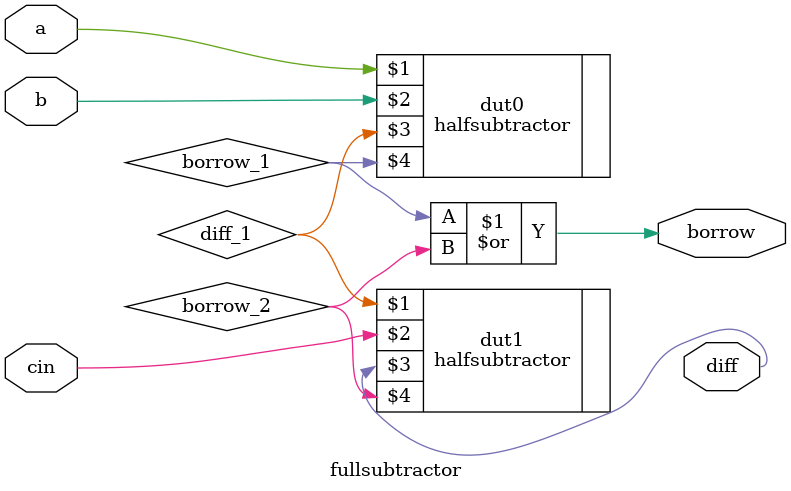
<source format=v>
module fullsubtractor(
    input a,
    input b,
    input cin,
    output diff,
    output borrow
    );
    wire diff_1,borrow_1,borrow_2;
    
    halfsubtractor dut0(a,b,diff_1,borrow_1);
    halfsubtractor dut1(diff_1,cin,diff,borrow_2);
    assign borrow=borrow_1|borrow_2;
    

endmodule
</source>
